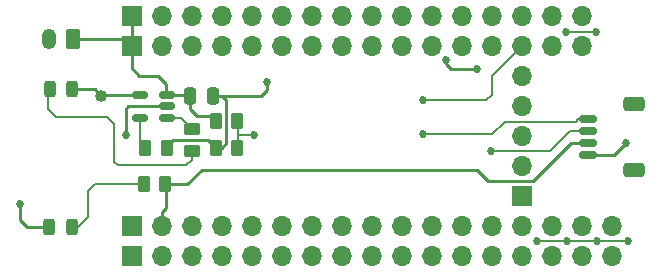
<source format=gtl>
G04 #@! TF.GenerationSoftware,KiCad,Pcbnew,(6.0.0-0)*
G04 #@! TF.CreationDate,2023-05-15T09:27:01-07:00*
G04 #@! TF.ProjectId,ItsyBitsy breadboard,49747379-4269-4747-9379-206272656164,3.0.1*
G04 #@! TF.SameCoordinates,Original*
G04 #@! TF.FileFunction,Copper,L1,Top*
G04 #@! TF.FilePolarity,Positive*
%FSLAX46Y46*%
G04 Gerber Fmt 4.6, Leading zero omitted, Abs format (unit mm)*
G04 Created by KiCad (PCBNEW (6.0.0-0)) date 2023-05-15 09:27:01*
%MOMM*%
%LPD*%
G01*
G04 APERTURE LIST*
G04 Aperture macros list*
%AMRoundRect*
0 Rectangle with rounded corners*
0 $1 Rounding radius*
0 $2 $3 $4 $5 $6 $7 $8 $9 X,Y pos of 4 corners*
0 Add a 4 corners polygon primitive as box body*
4,1,4,$2,$3,$4,$5,$6,$7,$8,$9,$2,$3,0*
0 Add four circle primitives for the rounded corners*
1,1,$1+$1,$2,$3*
1,1,$1+$1,$4,$5*
1,1,$1+$1,$6,$7*
1,1,$1+$1,$8,$9*
0 Add four rect primitives between the rounded corners*
20,1,$1+$1,$2,$3,$4,$5,0*
20,1,$1+$1,$4,$5,$6,$7,0*
20,1,$1+$1,$6,$7,$8,$9,0*
20,1,$1+$1,$8,$9,$2,$3,0*%
G04 Aperture macros list end*
G04 #@! TA.AperFunction,ComponentPad*
%ADD10R,1.700000X1.700000*%
G04 #@! TD*
G04 #@! TA.AperFunction,ComponentPad*
%ADD11O,1.700000X1.700000*%
G04 #@! TD*
G04 #@! TA.AperFunction,ComponentPad*
%ADD12RoundRect,0.250000X0.350000X0.625000X-0.350000X0.625000X-0.350000X-0.625000X0.350000X-0.625000X0*%
G04 #@! TD*
G04 #@! TA.AperFunction,ComponentPad*
%ADD13O,1.200000X1.750000*%
G04 #@! TD*
G04 #@! TA.AperFunction,SMDPad,CuDef*
%ADD14RoundRect,0.250000X-0.250000X-0.475000X0.250000X-0.475000X0.250000X0.475000X-0.250000X0.475000X0*%
G04 #@! TD*
G04 #@! TA.AperFunction,SMDPad,CuDef*
%ADD15RoundRect,0.243750X-0.243750X-0.456250X0.243750X-0.456250X0.243750X0.456250X-0.243750X0.456250X0*%
G04 #@! TD*
G04 #@! TA.AperFunction,SMDPad,CuDef*
%ADD16RoundRect,0.250000X0.450000X-0.262500X0.450000X0.262500X-0.450000X0.262500X-0.450000X-0.262500X0*%
G04 #@! TD*
G04 #@! TA.AperFunction,SMDPad,CuDef*
%ADD17RoundRect,0.250000X0.262500X0.450000X-0.262500X0.450000X-0.262500X-0.450000X0.262500X-0.450000X0*%
G04 #@! TD*
G04 #@! TA.AperFunction,SMDPad,CuDef*
%ADD18RoundRect,0.250000X-0.262500X-0.450000X0.262500X-0.450000X0.262500X0.450000X-0.262500X0.450000X0*%
G04 #@! TD*
G04 #@! TA.AperFunction,SMDPad,CuDef*
%ADD19RoundRect,0.150000X0.512500X0.150000X-0.512500X0.150000X-0.512500X-0.150000X0.512500X-0.150000X0*%
G04 #@! TD*
G04 #@! TA.AperFunction,SMDPad,CuDef*
%ADD20RoundRect,0.150000X0.625000X-0.150000X0.625000X0.150000X-0.625000X0.150000X-0.625000X-0.150000X0*%
G04 #@! TD*
G04 #@! TA.AperFunction,SMDPad,CuDef*
%ADD21RoundRect,0.250000X0.650000X-0.350000X0.650000X0.350000X-0.650000X0.350000X-0.650000X-0.350000X0*%
G04 #@! TD*
G04 #@! TA.AperFunction,ViaPad*
%ADD22C,0.685800*%
G04 #@! TD*
G04 #@! TA.AperFunction,ViaPad*
%ADD23C,1.016000*%
G04 #@! TD*
G04 #@! TA.AperFunction,Conductor*
%ADD24C,0.254000*%
G04 #@! TD*
G04 #@! TA.AperFunction,Conductor*
%ADD25C,0.152400*%
G04 #@! TD*
G04 APERTURE END LIST*
D10*
X111760000Y-115570000D03*
D11*
X114300000Y-115570000D03*
X116840000Y-115570000D03*
X119380000Y-115570000D03*
X121920000Y-115570000D03*
X124460000Y-115570000D03*
X127000000Y-115570000D03*
X129540000Y-115570000D03*
X132080000Y-115570000D03*
X134620000Y-115570000D03*
X137160000Y-115570000D03*
X139700000Y-115570000D03*
X142240000Y-115570000D03*
X144780000Y-115570000D03*
X147320000Y-115570000D03*
X149860000Y-115570000D03*
X152400000Y-115570000D03*
D10*
X111760000Y-100330000D03*
D11*
X114300000Y-100330000D03*
X116840000Y-100330000D03*
X119380000Y-100330000D03*
X121920000Y-100330000D03*
X124460000Y-100330000D03*
X127000000Y-100330000D03*
X129540000Y-100330000D03*
X132080000Y-100330000D03*
X134620000Y-100330000D03*
X137160000Y-100330000D03*
X139700000Y-100330000D03*
X142240000Y-100330000D03*
X144780000Y-100330000D03*
X147320000Y-100330000D03*
X149860000Y-100330000D03*
D10*
X144780000Y-113030000D03*
D11*
X144780000Y-110490000D03*
X144780000Y-107950000D03*
X144780000Y-105410000D03*
X144780000Y-102870000D03*
D12*
X106800000Y-99700000D03*
D13*
X104800000Y-99700000D03*
D10*
X111760000Y-118110000D03*
D11*
X114300000Y-118110000D03*
X116840000Y-118110000D03*
X119380000Y-118110000D03*
X121920000Y-118110000D03*
X124460000Y-118110000D03*
X127000000Y-118110000D03*
X129540000Y-118110000D03*
X132080000Y-118110000D03*
X134620000Y-118110000D03*
X137160000Y-118110000D03*
X139700000Y-118110000D03*
X142240000Y-118110000D03*
X144780000Y-118110000D03*
X147320000Y-118110000D03*
X149860000Y-118110000D03*
X152400000Y-118110000D03*
D10*
X111760000Y-97790000D03*
D11*
X114300000Y-97790000D03*
X116840000Y-97790000D03*
X119380000Y-97790000D03*
X121920000Y-97790000D03*
X124460000Y-97790000D03*
X127000000Y-97790000D03*
X129540000Y-97790000D03*
X132080000Y-97790000D03*
X134620000Y-97790000D03*
X137160000Y-97790000D03*
X139700000Y-97790000D03*
X142240000Y-97790000D03*
X144780000Y-97790000D03*
X147320000Y-97790000D03*
X149860000Y-97790000D03*
D14*
X116750000Y-104500000D03*
X118650000Y-104500000D03*
D15*
X104862500Y-103950000D03*
X106737500Y-103950000D03*
X104812500Y-115650000D03*
X106687500Y-115650000D03*
D16*
X116879000Y-109177500D03*
X116879000Y-107352500D03*
D17*
X114612500Y-112000000D03*
X112787500Y-112000000D03*
D18*
X118887500Y-106614000D03*
X120712500Y-106614000D03*
X112918500Y-108900000D03*
X114743500Y-108900000D03*
D17*
X120712500Y-108900000D03*
X118887500Y-108900000D03*
D19*
X114737500Y-106350000D03*
X114737500Y-105400000D03*
X114737500Y-104450000D03*
X112462500Y-104450000D03*
X112462500Y-106350000D03*
D20*
X150400000Y-109500000D03*
X150400000Y-108500000D03*
X150400000Y-107500000D03*
X150400000Y-106500000D03*
D21*
X154275000Y-105200000D03*
X154275000Y-110800000D03*
D22*
X102300000Y-113700000D03*
X151085000Y-99100000D03*
X148545000Y-99100000D03*
X146100000Y-116840000D03*
X153600000Y-108500000D03*
X138400000Y-101500000D03*
X141000000Y-102200000D03*
X111300000Y-107800000D03*
X153797000Y-116840000D03*
X148590000Y-116840000D03*
X123200000Y-103300000D03*
X151130000Y-116840000D03*
X136450000Y-107750000D03*
X142200000Y-109200000D03*
X136450000Y-104900000D03*
X122100000Y-107800000D03*
D23*
X109200000Y-104500000D03*
D24*
X104812500Y-115650000D02*
X102950000Y-115650000D01*
X102950000Y-115650000D02*
X102300000Y-115000000D01*
X102300000Y-115000000D02*
X102300000Y-113700000D01*
D25*
X148544991Y-99100005D02*
X151084991Y-99100005D01*
X146100013Y-116840000D02*
X148590000Y-116840000D01*
X151130000Y-116840000D02*
X153797000Y-116840000D01*
X148590000Y-116840000D02*
X151130000Y-116840000D01*
D24*
X150400000Y-109500000D02*
X152600000Y-109500000D01*
X152600000Y-109500000D02*
X153600000Y-108500000D01*
X138400000Y-101500000D02*
X138400000Y-101800000D01*
X138400000Y-101800000D02*
X138800000Y-102200000D01*
X138800000Y-102200000D02*
X141000000Y-102200000D01*
X118650000Y-104500000D02*
X122700000Y-104500000D01*
X122700000Y-104500000D02*
X123200000Y-104000000D01*
X123200000Y-104000000D02*
X123200000Y-103300000D01*
X118887500Y-108900000D02*
X119400000Y-108900000D01*
X119400000Y-108900000D02*
X119800000Y-108500000D01*
X119800000Y-108500000D02*
X119800000Y-104900000D01*
X119800000Y-104900000D02*
X119400000Y-104500000D01*
X119400000Y-104500000D02*
X118650000Y-104500000D01*
X114743500Y-108900000D02*
X114743500Y-108856500D01*
X115315520Y-108284480D02*
X118271980Y-108284480D01*
X114743500Y-108856500D02*
X115315520Y-108284480D01*
X118271980Y-108284480D02*
X118887500Y-108900000D01*
X114737500Y-105400000D02*
X111500000Y-105400000D01*
X111500000Y-105400000D02*
X111300000Y-105600000D01*
X111300000Y-105600000D02*
X111300000Y-107800000D01*
D25*
X142300000Y-107750000D02*
X143350000Y-106700000D01*
X136450000Y-107750000D02*
X142300000Y-107750000D01*
X149600000Y-106500000D02*
X150400000Y-106500000D01*
X149400000Y-106700000D02*
X149600000Y-106500000D01*
X143350000Y-106700000D02*
X149400000Y-106700000D01*
X148851217Y-107500000D02*
X147151217Y-109200000D01*
X150400000Y-107500000D02*
X148851217Y-107500000D01*
X147151217Y-109200000D02*
X142200000Y-109200000D01*
D24*
X114650000Y-114017919D02*
X114650000Y-112000000D01*
X141050000Y-110800000D02*
X117700000Y-110800000D01*
X141970511Y-111720511D02*
X141050000Y-110800000D01*
X114300000Y-114367919D02*
X114300000Y-115570000D01*
X116500000Y-112000000D02*
X114650000Y-112000000D01*
X149000000Y-108500000D02*
X145779489Y-111720511D01*
X114300000Y-114367919D02*
X114650000Y-114017919D01*
X117700000Y-110800000D02*
X116500000Y-112000000D01*
X145779489Y-111720511D02*
X141970511Y-111720511D01*
X150400000Y-108500000D02*
X149000000Y-108500000D01*
D25*
X142300000Y-104400000D02*
X141800000Y-104900000D01*
X141800000Y-104900000D02*
X136450000Y-104900000D01*
X142300000Y-102810000D02*
X142300000Y-104400000D01*
X144780000Y-100330000D02*
X142300000Y-102810000D01*
D24*
X116650000Y-104450000D02*
X116700000Y-104500000D01*
X117300000Y-106200000D02*
X118436000Y-106200000D01*
X118436000Y-106200000D02*
X118850000Y-106614000D01*
X111130000Y-99700000D02*
X111760000Y-100330000D01*
X114000000Y-102800000D02*
X114700000Y-103500000D01*
X111760000Y-100330000D02*
X111760000Y-102160000D01*
X106800000Y-99700000D02*
X111130000Y-99700000D01*
X116700000Y-105600000D02*
X117300000Y-106200000D01*
X114700000Y-104450000D02*
X116650000Y-104450000D01*
X111760000Y-102160000D02*
X112400000Y-102800000D01*
X112400000Y-102800000D02*
X114000000Y-102800000D01*
X111760000Y-99226000D02*
X111760000Y-97790000D01*
X111760000Y-100330000D02*
X111760000Y-99226000D01*
X114700000Y-103500000D02*
X114700000Y-104450000D01*
X116700000Y-104500000D02*
X116700000Y-105600000D01*
D25*
X110600000Y-110400000D02*
X116400000Y-110400000D01*
X109700000Y-106300000D02*
X110300000Y-106900000D01*
X105400000Y-106300000D02*
X109700000Y-106300000D01*
X110300000Y-110100000D02*
X110600000Y-110400000D01*
X116879000Y-109921000D02*
X116879000Y-109215000D01*
X104700000Y-104112500D02*
X104862500Y-103950000D01*
X104700000Y-105600000D02*
X105400000Y-106300000D01*
X116400000Y-110400000D02*
X116879000Y-109921000D01*
X104700000Y-105600000D02*
X104700000Y-104112500D01*
X110300000Y-106900000D02*
X110300000Y-110100000D01*
X107200000Y-115650000D02*
X108100000Y-114750000D01*
X106850000Y-115650000D02*
X107200000Y-115650000D01*
X108700000Y-112000000D02*
X112750000Y-112000000D01*
X108100000Y-114750000D02*
X108100000Y-112600000D01*
X108100000Y-112600000D02*
X108700000Y-112000000D01*
X120750000Y-106614000D02*
X120750000Y-107950000D01*
X120900000Y-107800000D02*
X120750000Y-107950000D01*
X122100000Y-107800000D02*
X120900000Y-107800000D01*
X120750000Y-107950000D02*
X120750000Y-108900000D01*
X115914000Y-106350000D02*
X116879000Y-107315000D01*
X114700000Y-106350000D02*
X115914000Y-106350000D01*
X112500000Y-108519000D02*
X112881000Y-108900000D01*
X112500000Y-106350000D02*
X112500000Y-108519000D01*
D24*
X106737500Y-103950000D02*
X108650000Y-103950000D01*
X109250000Y-104450000D02*
X112500000Y-104450000D01*
X109200000Y-104500000D02*
X109250000Y-104450000D01*
X108650000Y-103950000D02*
X109200000Y-104500000D01*
M02*

</source>
